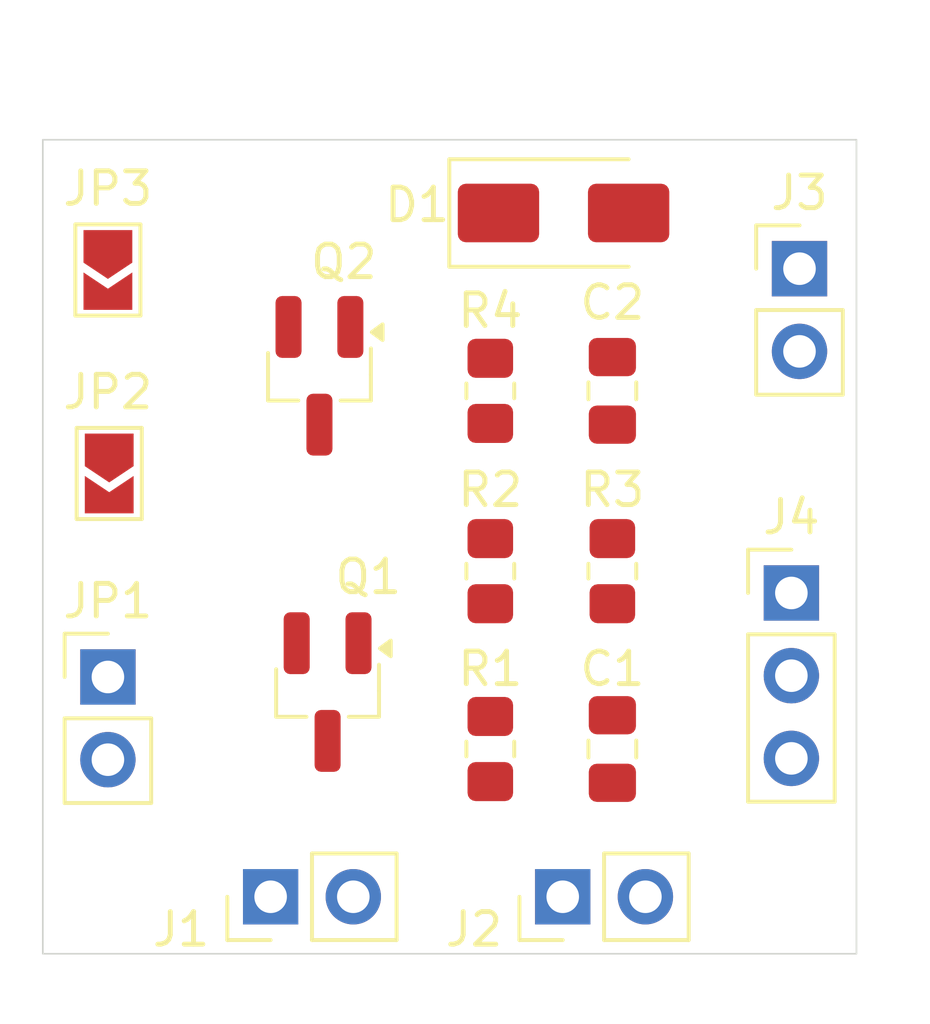
<source format=kicad_pcb>
(kicad_pcb (version 20240108) (generator "pcbnew") (generator_version "8.0")
  (title_block (title "Simple Battery Manager") (date "2024-04-03") (rev "1.0") (company "Gabriel Vega Engineering") (comment 1 "Under Development") (comment 2 "Gabriel Vega") (comment 4 "1/1"))
  (layers (0 "F.Cu" signal) (31 "B.Cu" signal) (34 "B.Paste" user) (35 "F.Paste" user) (36 "B.SilkS" user "B.Silkscreen") (37 "F.SilkS" user "F.Silkscreen") (38 "B.Mask" user) (39 "F.Mask" user) (44 "Edge.Cuts" user))
  (net 0 "")
  (net 1 "GND")
  (net 2 "/VBAT_READ_OUTPUT")
  (net 3 "VCC")
  (net 4 "+5V")
  (net 5 "Net-(J1-Pin_1)")
  (net 6 "/VBAT_READ_ENABLE")
  (net 7 "+BATT")
  (net 8 "Net-(JP2-A)")
  (footprint "Connector_PinHeader_2.54mm:PinHeader_1x02_P2.54mm_Vertical" (layer "F.Cu") (at 142 135.5)
    (property "Reference" "JP1" (at 0 -2.33 360) (layer "F.SilkS"))
    (property "Value" "JP-BATT")
    (fp_line (start -1.33 -1.33) (end 0 -1.33) (stroke (width 0.12)) (layer "F.SilkS"))
    (fp_line (start -1.33 0) (end -1.33 -1.33) (stroke (width 0.12)) (layer "F.SilkS"))
    (fp_line (start -1.33 1.27) (end -1.33 3.87) (stroke (width 0.12)) (layer "F.SilkS"))
    (fp_line (start -1.33 1.27) (end 1.33 1.27) (stroke (width 0.12)) (layer "F.SilkS"))
    (fp_line (start -1.33 3.87) (end 1.33 3.87) (stroke (width 0.12)) (layer "F.SilkS"))
    (fp_line (start 1.33 1.27) (end 1.33 3.87) (stroke (width 0.12)) (layer "F.SilkS"))
    (pad "1" thru_hole rect (at 0 0) (size 1.7 1.7) (drill 1) (layers "*.Cu" "*.Mask") (net 7 "+BATT"))
    (pad "2" thru_hole oval (at 0 2.54) (size 1.7 1.7) (drill 1) (layers "*.Cu" "*.Mask") (net 5 "Net-(J1-Pin_1)"))
  )
  (footprint "Capacitor_SMD:C_0805_2012Metric_Pad1.18x1.45mm_HandSolder" (layer "F.Cu") (at 157.5 126.7125 -90)
    (property "Reference" "C2" (at -2.7125 0 180) (layer "F.SilkS"))
    (property "Value" "100nF")
    (fp_line (start -0.261252 0.735) (end 0.261252 0.735) (stroke (width 0.12)) (layer "F.SilkS"))
    (fp_line (start -0.261252 -0.735) (end 0.261252 -0.735) (stroke (width 0.12)) (layer "F.SilkS"))
    (pad "1" smd roundrect (at -1.0375 0 270) (size 1.175 1.45) (layers "F.Cu" "F.Paste" "F.Mask") (roundrect_rratio 0.212766) (net 3 "VCC"))
    (pad "2" smd roundrect (at 1.0375 0 270) (size 1.175 1.45) (layers "F.Cu" "F.Paste" "F.Mask") (roundrect_rratio 0.212766) (net 1 "GND"))
  )
  (footprint "Diode_SMD:D_SMA" (layer "F.Cu") (at 156 121.25)
    (property "Reference" "D1" (at -4.5 -0.25 180) (layer "F.SilkS"))
    (property "Value" "SS14")
    (fp_line (start -3.51 -1.65) (end -3.51 1.65) (stroke (width 0.12)) (layer "F.SilkS"))
    (fp_line (start -3.51 -1.65) (end 2 -1.65) (stroke (width 0.12)) (layer "F.SilkS"))
    (fp_line (start -3.51 1.65) (end 2 1.65) (stroke (width 0.12)) (layer "F.SilkS"))
    (pad "1" smd roundrect (at -2 0) (size 2.5 1.8) (layers "F.Cu" "F.Paste" "F.Mask") (roundrect_rratio 0.1388888889) (net 3 "VCC"))
    (pad "2" smd roundrect (at 2 0) (size 2.5 1.8) (layers "F.Cu" "F.Paste" "F.Mask") (roundrect_rratio 0.1388888889) (net 4 "+5V"))
  )
  (footprint "Connector_PinHeader_2.54mm:PinHeader_1x02_P2.54mm_Vertical" (layer "F.Cu") (at 147 142.25 90)
    (property "Reference" "J1" (at -1 -2.75 0) (layer "F.SilkS"))
    (property "Value" "BATT")
    (fp_line (start -1.33 -1.33) (end 0 -1.33) (stroke (width 0.12)) (layer "F.SilkS"))
    (fp_line (start -1.33 0) (end -1.33 -1.33) (stroke (width 0.12)) (layer "F.SilkS"))
    (fp_line (start 1.33 1.27) (end 1.33 3.87) (stroke (width 0.12)) (layer "F.SilkS"))
    (fp_line (start -1.33 1.27) (end 1.33 1.27) (stroke (width 0.12)) (layer "F.SilkS"))
    (fp_line (start -1.33 1.27) (end -1.33 3.87) (stroke (width 0.12)) (layer "F.SilkS"))
    (fp_line (start -1.33 3.87) (end 1.33 3.87) (stroke (width 0.12)) (layer "F.SilkS"))
    (pad "1" thru_hole rect (at 0 0 90) (size 1.7 1.7) (drill 1) (layers "*.Cu" "*.Mask") (net 5 "Net-(J1-Pin_1)"))
    (pad "2" thru_hole oval (at 0 2.54 90) (size 1.7 1.7) (drill 1) (layers "*.Cu" "*.Mask") (net 1 "GND"))
  )
  (footprint "Package_TO_SOT_SMD:SOT-23_Handsoldering" (layer "F.Cu") (at 148.5 126.25 -90)
    (property "Reference" "Q2" (at -3.5 -0.75 180) (layer "F.SilkS"))
    (property "Value" "Si2301DS")
    (fp_line (start 0.76 1.58) (end -0.7 1.58) (stroke (width 0.12)) (layer "F.SilkS"))
    (fp_line (start 0.76 1.58) (end 0.76 0.65) (stroke (width 0.12)) (layer "F.SilkS"))
    (fp_line (start -0.04 -1.58) (end -0.84 -1.58) (stroke (width 0.12)) (layer "F.SilkS"))
    (fp_line (start -0.04 -1.58) (end 0.76 -1.58) (stroke (width 0.12)) (layer "F.SilkS"))
    (fp_line (start 0.76 -1.58) (end 0.76 -0.65) (stroke (width 0.12)) (layer "F.SilkS"))
    (fp_poly (pts (xy -1.34 -1.61) (xy -1.58 -1.94) (xy -1.1 -1.94) (xy -1.34 -1.61)) (stroke (width 0.12)) (fill solid) (layer "F.SilkS"))
    (pad "1" smd roundrect (at -1.5 -0.95 270) (size 1.9 0.8) (layers "F.Cu" "F.Paste" "F.Mask") (net 3 "VCC"))
    (pad "2" smd roundrect (at -1.5 0.95 270) (size 1.9 0.8) (layers "F.Cu" "F.Paste" "F.Mask") (net 4 "+5V"))
    (pad "3" smd roundrect (at 1.5 0 270) (size 1.9 0.8) (layers "F.Cu" "F.Paste" "F.Mask") (net 7 "+BATT"))
  )
  (footprint "Connector_PinHeader_2.54mm:PinHeader_1x02_P2.54mm_Vertical" (layer "F.Cu") (at 163.25 122.96)
    (property "Reference" "J3" (at 0 -2.33 360) (layer "F.SilkS"))
    (property "Value" "OUTPUT")
    (fp_line (start -1.33 -1.33) (end 0 -1.33) (stroke (width 0.12)) (layer "F.SilkS"))
    (fp_line (start -1.33 0) (end -1.33 -1.33) (stroke (width 0.12)) (layer "F.SilkS"))
    (fp_line (start -1.33 1.27) (end -1.33 3.87) (stroke (width 0.12)) (layer "F.SilkS"))
    (fp_line (start -1.33 1.27) (end 1.33 1.27) (stroke (width 0.12)) (layer "F.SilkS"))
    (fp_line (start -1.33 3.87) (end 1.33 3.87) (stroke (width 0.12)) (layer "F.SilkS"))
    (fp_line (start 1.33 1.27) (end 1.33 3.87) (stroke (width 0.12)) (layer "F.SilkS"))
    (pad "1" thru_hole rect (at 0 0) (size 1.7 1.7) (drill 1) (layers "*.Cu" "*.Mask") (net 3 "VCC"))
    (pad "2" thru_hole oval (at 0 2.54) (size 1.7 1.7) (drill 1) (layers "*.Cu" "*.Mask") (net 1 "GND"))
  )
  (footprint "Resistor_SMD:R_0805_2012Metric_Pad1.20x1.40mm_HandSolder" (layer "F.Cu") (at 153.75 126.7125 -90)
    (property "Reference" "R4" (at -2.4625 0 180) (layer "F.SilkS"))
    (property "Value" "100K")
    (fp_line (start -0.227064 0.735) (end 0.227064 0.735) (stroke (width 0.12)) (layer "F.SilkS"))
    (fp_line (start -0.227064 -0.735) (end 0.227064 -0.735) (stroke (width 0.12)) (layer "F.SilkS"))
    (pad "1" smd roundrect (at -1 0 270) (size 1.2 1.4) (layers "F.Cu" "F.Paste" "F.Mask") (roundrect_rratio 0.208333) (net 4 "+5V"))
    (pad "2" smd roundrect (at 1 0 270) (size 1.2 1.4) (layers "F.Cu" "F.Paste" "F.Mask") (roundrect_rratio 0.208333) (net 1 "GND"))
  )
  (footprint "Capacitor_SMD:C_0805_2012Metric_Pad1.18x1.45mm_HandSolder" (layer "F.Cu") (at 157.5 137.7125 90)
    (property "Reference" "C1" (at 2.4625 0 0) (layer "F.SilkS"))
    (property "Value" "100nF")
    (fp_line (start -0.261252 -0.735) (end 0.261252 -0.735) (stroke (width 0.12)) (layer "F.SilkS"))
    (fp_line (start -0.261252 0.735) (end 0.261252 0.735) (stroke (width 0.12)) (layer "F.SilkS"))
    (pad "1" smd roundrect (at -1.0375 0 90) (size 1.175 1.45) (layers "F.Cu" "F.Paste" "F.Mask") (roundrect_rratio 0.212766) (net 1 "GND"))
    (pad "2" smd roundrect (at 1.0375 0 90) (size 1.175 1.45) (layers "F.Cu" "F.Paste" "F.Mask") (roundrect_rratio 0.212766) (net 2 "/VBAT_READ_OUTPUT"))
  )
  (footprint "Jumper:SolderJumper-2_P1.3mm_Open_TrianglePad1.0x1.5mm" (layer "F.Cu") (at 142 123 -90)
    (property "Reference" "JP3" (at -2.5 0 180) (layer "F.SilkS"))
    (property "Value" "SolderJumper_2_Open")
    (fp_line (start -1.4 1) (end -1.4 -1) (stroke (width 0.12)) (layer "F.SilkS"))
    (fp_line (start 1.4 1) (end -1.4 1) (stroke (width 0.12)) (layer "F.SilkS"))
    (fp_line (start -1.4 -1) (end 1.4 -1) (stroke (width 0.12)) (layer "F.SilkS"))
    (fp_line (start 1.4 -1) (end 1.4 1) (stroke (width 0.12)) (layer "F.SilkS"))
    (pad "1" smd custom (at -0.725 0 270) (size 0.3 0.3) (layers "F.Cu" "F.Mask") (net 3 "VCC") (options (clearance outline) (anchor rect)) (primitives (gr_poly (pts (xy 1 0) (xy 0.5 0.75) (xy -0.5 0.75) (xy -0.5 -0.75) (xy 0.5 -0.75)) (width 0) (fill yes))))
    (pad "2" smd custom (at 0.725 0 270) (size 0.3 0.3) (layers "F.Cu" "F.Mask") (net 7 "+BATT") (options (clearance outline) (anchor rect)) (primitives (gr_poly (pts (xy 0.5 0.75) (xy -0.65 0.75) (xy -0.15 0) (xy -0.65 -0.75) (xy 0.5 -0.75)) (width 0) (fill yes))))
  )
  (footprint "Resistor_SMD:R_0805_2012Metric_Pad1.20x1.40mm_HandSolder" (layer "F.Cu") (at 157.5 132.25 90)
    (property "Reference" "R3" (at 2.5 0 0) (layer "F.SilkS"))
    (property "Value" "10K")
    (fp_line (start -0.227064 -0.735) (end 0.227064 -0.735) (stroke (width 0.12)) (layer "F.SilkS"))
    (fp_line (start -0.227064 0.735) (end 0.227064 0.735) (stroke (width 0.12)) (layer "F.SilkS"))
    (pad "1" smd roundrect (at -1 0 90) (size 1.2 1.4) (layers "F.Cu" "F.Paste" "F.Mask") (roundrect_rratio 0.208333) (net 2 "/VBAT_READ_OUTPUT"))
    (pad "2" smd roundrect (at 1 0 90) (size 1.2 1.4) (layers "F.Cu" "F.Paste" "F.Mask") (roundrect_rratio 0.208333) (net 1 "GND"))
  )
  (footprint "Resistor_SMD:R_0805_2012Metric_Pad1.20x1.40mm_HandSolder" (layer "F.Cu") (at 153.75 132.25 90)
    (property "Reference" "R2" (at 2.5 0 0) (layer "F.SilkS"))
    (property "Value" "10K")
    (fp_line (start -0.227064 -0.735) (end 0.227064 -0.735) (stroke (width 0.12)) (layer "F.SilkS"))
    (fp_line (start -0.227064 0.735) (end 0.227064 0.735) (stroke (width 0.12)) (layer "F.SilkS"))
    (pad "1" smd roundrect (at -1 0 90) (size 1.2 1.4) (layers "F.Cu" "F.Paste" "F.Mask") (roundrect_rratio 0.208333) (net 2 "/VBAT_READ_OUTPUT"))
    (pad "2" smd roundrect (at 1 0 90) (size 1.2 1.4) (layers "F.Cu" "F.Paste" "F.Mask") (roundrect_rratio 0.208333) (net 8 "Net-(JP2-A)"))
  )
  (footprint "Connector_PinHeader_2.54mm:PinHeader_1x03_P2.54mm_Vertical" (layer "F.Cu") (at 163 132.92)
    (property "Reference" "J4" (at 0 -2.33 0) (layer "F.SilkS"))
    (property "Value" "VBAT-CTRL")
    (fp_line (start -1.33 -1.33) (end 0 -1.33) (stroke (width 0.12)) (layer "F.SilkS"))
    (fp_line (start -1.33 0) (end -1.33 -1.33) (stroke (width 0.12)) (layer "F.SilkS"))
    (fp_line (start -1.33 1.27) (end -1.33 6.41) (stroke (width 0.12)) (layer "F.SilkS"))
    (fp_line (start -1.33 1.27) (end 1.33 1.27) (stroke (width 0.12)) (layer "F.SilkS"))
    (fp_line (start -1.33 6.41) (end 1.33 6.41) (stroke (width 0.12)) (layer "F.SilkS"))
    (fp_line (start 1.33 1.27) (end 1.33 6.41) (stroke (width 0.12)) (layer "F.SilkS"))
    (pad "1" thru_hole rect (at 0 0) (size 1.7 1.7) (drill 1) (layers "*.Cu" "*.Mask") (net 6 "/VBAT_READ_ENABLE"))
    (pad "2" thru_hole oval (at 0 2.54) (size 1.7 1.7) (drill 1) (layers "*.Cu" "*.Mask") (net 2 "/VBAT_READ_OUTPUT"))
    (pad "3" thru_hole oval (at 0 5.08) (size 1.7 1.7) (drill 1) (layers "*.Cu" "*.Mask") (net 1 "GND"))
  )
  (footprint "Package_TO_SOT_SMD:SOT-23_Handsoldering" (layer "F.Cu") (at 148.75 135.9625 -90)
    (property "Reference" "Q1" (at -3.5375 -1.25 180) (layer "F.SilkS"))
    (property "Value" "Si2301DS")
    (fp_line (start 0.76 1.58) (end -0.7 1.58) (stroke (width 0.12)) (layer "F.SilkS"))
    (fp_line (start 0.76 1.58) (end 0.76 0.65) (stroke (width 0.12)) (layer "F.SilkS"))
    (fp_line (start -0.04 -1.58) (end -0.84 -1.58) (stroke (width 0.12)) (layer "F.SilkS"))
    (fp_line (start -0.04 -1.58) (end 0.76 -1.58) (stroke (width 0.12)) (layer "F.SilkS"))
    (fp_line (start 0.76 -1.58) (end 0.76 -0.65) (stroke (width 0.12)) (layer "F.SilkS"))
    (fp_poly (pts (xy -1.34 -1.61) (xy -1.58 -1.94) (xy -1.1 -1.94) (xy -1.34 -1.61)) (stroke (width 0.12)) (fill solid) (layer "F.SilkS"))
    (pad "1" smd roundrect (at -1.5 -0.95 270) (size 1.9 0.8) (layers "F.Cu" "F.Paste" "F.Mask") (net 8 "Net-(JP2-A)"))
    (pad "2" smd roundrect (at -1.5 0.95 270) (size 1.9 0.8) (layers "F.Cu" "F.Paste" "F.Mask") (net 6 "/VBAT_READ_ENABLE"))
    (pad "3" smd roundrect (at 1.5 0 270) (size 1.9 0.8) (layers "F.Cu" "F.Paste" "F.Mask") (net 7 "+BATT"))
  )
  (footprint "Resistor_SMD:R_0805_2012Metric_Pad1.20x1.40mm_HandSolder" (layer "F.Cu") (at 153.75 137.7125 -90)
    (property "Reference" "R1" (at -2.4625 0 180) (layer "F.SilkS"))
    (property "Value" "100K")
    (fp_line (start -0.227064 0.735) (end 0.227064 0.735) (stroke (width 0.12)) (layer "F.SilkS"))
    (fp_line (start -0.227064 -0.735) (end 0.227064 -0.735) (stroke (width 0.12)) (layer "F.SilkS"))
    (pad "1" smd roundrect (at -1 0 270) (size 1.2 1.4) (layers "F.Cu" "F.Paste" "F.Mask") (roundrect_rratio 0.208333) (net 7 "+BATT"))
    (pad "2" smd roundrect (at 1 0 270) (size 1.2 1.4) (layers "F.Cu" "F.Paste" "F.Mask") (roundrect_rratio 0.208333) (net 6 "/VBAT_READ_ENABLE"))
  )
  (footprint "Connector_PinHeader_2.54mm:PinHeader_1x02_P2.54mm_Vertical" (layer "F.Cu") (at 155.975 142.25 90)
    (property "Reference" "J2" (at -1 -2.725 0) (layer "F.SilkS"))
    (property "Value" "DC-INPUT")
    (fp_line (start -1.33 -1.33) (end 0 -1.33) (stroke (width 0.12)) (layer "F.SilkS"))
    (fp_line (start -1.33 0) (end -1.33 -1.33) (stroke (width 0.12)) (layer "F.SilkS"))
    (fp_line (start 1.33 1.27) (end 1.33 3.87) (stroke (width 0.12)) (layer "F.SilkS"))
    (fp_line (start -1.33 1.27) (end 1.33 1.27) (stroke (width 0.12)) (layer "F.SilkS"))
    (fp_line (start -1.33 1.27) (end -1.33 3.87) (stroke (width 0.12)) (layer "F.SilkS"))
    (fp_line (start -1.33 3.87) (end 1.33 3.87) (stroke (width 0.12)) (layer "F.SilkS"))
    (pad "1" thru_hole rect (at 0 0 90) (size 1.7 1.7) (drill 1) (layers "*.Cu" "*.Mask") (net 4 "+5V"))
    (pad "2" thru_hole oval (at 0 2.54 90) (size 1.7 1.7) (drill 1) (layers "*.Cu" "*.Mask") (net 1 "GND"))
  )
  (footprint "Jumper:SolderJumper-2_P1.3mm_Open_TrianglePad1.0x1.5mm" (layer "F.Cu") (at 142.04 129.25 -90)
    (property "Reference" "JP2" (at -2.5 0.04 180) (layer "F.SilkS"))
    (property "Value" "SolderJumper_2_Open")
    (fp_line (start -1.4 1) (end -1.4 -1) (stroke (width 0.12)) (layer "F.SilkS"))
    (fp_line (start 1.4 1) (end -1.4 1) (stroke (width 0.12)) (layer "F.SilkS"))
    (fp_line (start -1.4 -1) (end 1.4 -1) (stroke (width 0.12)) (layer "F.SilkS"))
    (fp_line (start 1.4 -1) (end 1.4 1) (stroke (width 0.12)) (layer "F.SilkS"))
    (pad "1" smd custom (at -0.725 0 270) (size 0.3 0.3) (layers "F.Cu" "F.Mask") (net 8 "Net-(JP2-A)") (options (clearance outline) (anchor rect)) (primitives (gr_poly (pts (xy 1 0) (xy 0.5 0.75) (xy -0.5 0.75) (xy -0.5 -0.75) (xy 0.5 -0.75)) (width 0) (fill yes))))
    (pad "2" smd custom (at 0.725 0 270) (size 0.3 0.3) (layers "F.Cu" "F.Mask") (net 7 "+BATT") (options (clearance outline) (anchor rect)) (primitives (gr_poly (pts (xy 0.5 0.75) (xy -0.65 0.75) (xy -0.15 0) (xy -0.65 -0.75) (xy 0.5 -0.75)) (width 0) (fill yes))))
  )
  (gr_rect (start 140 119) (end 165 144) (stroke (width 0.05)) (fill none) (layer "Edge.Cuts"))
)
</source>
